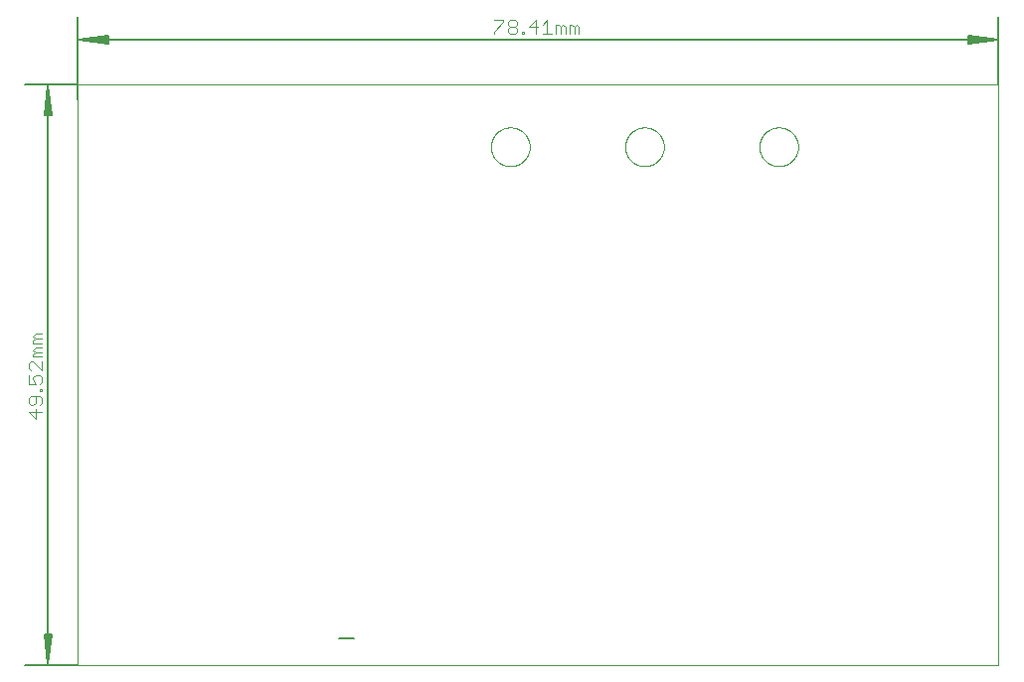
<source format=gbo>
G75*
%MOIN*%
%OFA0B0*%
%FSLAX25Y25*%
%IPPOS*%
%LPD*%
%AMOC8*
5,1,8,0,0,1.08239X$1,22.5*
%
%ADD10C,0.00000*%
%ADD11C,0.00512*%
%ADD12C,0.00400*%
%ADD13C,0.00800*%
D10*
X0019428Y0012433D02*
X0019428Y0207394D01*
X0328129Y0207394D01*
X0328129Y0012433D01*
X0019428Y0012433D01*
X0157928Y0186433D02*
X0157930Y0186594D01*
X0157936Y0186754D01*
X0157946Y0186915D01*
X0157960Y0187075D01*
X0157978Y0187235D01*
X0157999Y0187394D01*
X0158025Y0187553D01*
X0158055Y0187711D01*
X0158088Y0187868D01*
X0158126Y0188025D01*
X0158167Y0188180D01*
X0158212Y0188334D01*
X0158261Y0188487D01*
X0158314Y0188639D01*
X0158370Y0188790D01*
X0158431Y0188939D01*
X0158494Y0189087D01*
X0158562Y0189233D01*
X0158633Y0189377D01*
X0158707Y0189519D01*
X0158785Y0189660D01*
X0158867Y0189798D01*
X0158952Y0189935D01*
X0159040Y0190069D01*
X0159132Y0190201D01*
X0159227Y0190331D01*
X0159325Y0190459D01*
X0159426Y0190584D01*
X0159530Y0190706D01*
X0159637Y0190826D01*
X0159747Y0190943D01*
X0159860Y0191058D01*
X0159976Y0191169D01*
X0160095Y0191278D01*
X0160216Y0191383D01*
X0160340Y0191486D01*
X0160466Y0191586D01*
X0160594Y0191682D01*
X0160725Y0191775D01*
X0160859Y0191865D01*
X0160994Y0191952D01*
X0161132Y0192035D01*
X0161271Y0192115D01*
X0161413Y0192191D01*
X0161556Y0192264D01*
X0161701Y0192333D01*
X0161848Y0192399D01*
X0161996Y0192461D01*
X0162146Y0192519D01*
X0162297Y0192574D01*
X0162450Y0192625D01*
X0162604Y0192672D01*
X0162759Y0192715D01*
X0162915Y0192754D01*
X0163071Y0192790D01*
X0163229Y0192821D01*
X0163387Y0192849D01*
X0163546Y0192873D01*
X0163706Y0192893D01*
X0163866Y0192909D01*
X0164026Y0192921D01*
X0164187Y0192929D01*
X0164348Y0192933D01*
X0164508Y0192933D01*
X0164669Y0192929D01*
X0164830Y0192921D01*
X0164990Y0192909D01*
X0165150Y0192893D01*
X0165310Y0192873D01*
X0165469Y0192849D01*
X0165627Y0192821D01*
X0165785Y0192790D01*
X0165941Y0192754D01*
X0166097Y0192715D01*
X0166252Y0192672D01*
X0166406Y0192625D01*
X0166559Y0192574D01*
X0166710Y0192519D01*
X0166860Y0192461D01*
X0167008Y0192399D01*
X0167155Y0192333D01*
X0167300Y0192264D01*
X0167443Y0192191D01*
X0167585Y0192115D01*
X0167724Y0192035D01*
X0167862Y0191952D01*
X0167997Y0191865D01*
X0168131Y0191775D01*
X0168262Y0191682D01*
X0168390Y0191586D01*
X0168516Y0191486D01*
X0168640Y0191383D01*
X0168761Y0191278D01*
X0168880Y0191169D01*
X0168996Y0191058D01*
X0169109Y0190943D01*
X0169219Y0190826D01*
X0169326Y0190706D01*
X0169430Y0190584D01*
X0169531Y0190459D01*
X0169629Y0190331D01*
X0169724Y0190201D01*
X0169816Y0190069D01*
X0169904Y0189935D01*
X0169989Y0189798D01*
X0170071Y0189660D01*
X0170149Y0189519D01*
X0170223Y0189377D01*
X0170294Y0189233D01*
X0170362Y0189087D01*
X0170425Y0188939D01*
X0170486Y0188790D01*
X0170542Y0188639D01*
X0170595Y0188487D01*
X0170644Y0188334D01*
X0170689Y0188180D01*
X0170730Y0188025D01*
X0170768Y0187868D01*
X0170801Y0187711D01*
X0170831Y0187553D01*
X0170857Y0187394D01*
X0170878Y0187235D01*
X0170896Y0187075D01*
X0170910Y0186915D01*
X0170920Y0186754D01*
X0170926Y0186594D01*
X0170928Y0186433D01*
X0170926Y0186272D01*
X0170920Y0186112D01*
X0170910Y0185951D01*
X0170896Y0185791D01*
X0170878Y0185631D01*
X0170857Y0185472D01*
X0170831Y0185313D01*
X0170801Y0185155D01*
X0170768Y0184998D01*
X0170730Y0184841D01*
X0170689Y0184686D01*
X0170644Y0184532D01*
X0170595Y0184379D01*
X0170542Y0184227D01*
X0170486Y0184076D01*
X0170425Y0183927D01*
X0170362Y0183779D01*
X0170294Y0183633D01*
X0170223Y0183489D01*
X0170149Y0183347D01*
X0170071Y0183206D01*
X0169989Y0183068D01*
X0169904Y0182931D01*
X0169816Y0182797D01*
X0169724Y0182665D01*
X0169629Y0182535D01*
X0169531Y0182407D01*
X0169430Y0182282D01*
X0169326Y0182160D01*
X0169219Y0182040D01*
X0169109Y0181923D01*
X0168996Y0181808D01*
X0168880Y0181697D01*
X0168761Y0181588D01*
X0168640Y0181483D01*
X0168516Y0181380D01*
X0168390Y0181280D01*
X0168262Y0181184D01*
X0168131Y0181091D01*
X0167997Y0181001D01*
X0167862Y0180914D01*
X0167724Y0180831D01*
X0167585Y0180751D01*
X0167443Y0180675D01*
X0167300Y0180602D01*
X0167155Y0180533D01*
X0167008Y0180467D01*
X0166860Y0180405D01*
X0166710Y0180347D01*
X0166559Y0180292D01*
X0166406Y0180241D01*
X0166252Y0180194D01*
X0166097Y0180151D01*
X0165941Y0180112D01*
X0165785Y0180076D01*
X0165627Y0180045D01*
X0165469Y0180017D01*
X0165310Y0179993D01*
X0165150Y0179973D01*
X0164990Y0179957D01*
X0164830Y0179945D01*
X0164669Y0179937D01*
X0164508Y0179933D01*
X0164348Y0179933D01*
X0164187Y0179937D01*
X0164026Y0179945D01*
X0163866Y0179957D01*
X0163706Y0179973D01*
X0163546Y0179993D01*
X0163387Y0180017D01*
X0163229Y0180045D01*
X0163071Y0180076D01*
X0162915Y0180112D01*
X0162759Y0180151D01*
X0162604Y0180194D01*
X0162450Y0180241D01*
X0162297Y0180292D01*
X0162146Y0180347D01*
X0161996Y0180405D01*
X0161848Y0180467D01*
X0161701Y0180533D01*
X0161556Y0180602D01*
X0161413Y0180675D01*
X0161271Y0180751D01*
X0161132Y0180831D01*
X0160994Y0180914D01*
X0160859Y0181001D01*
X0160725Y0181091D01*
X0160594Y0181184D01*
X0160466Y0181280D01*
X0160340Y0181380D01*
X0160216Y0181483D01*
X0160095Y0181588D01*
X0159976Y0181697D01*
X0159860Y0181808D01*
X0159747Y0181923D01*
X0159637Y0182040D01*
X0159530Y0182160D01*
X0159426Y0182282D01*
X0159325Y0182407D01*
X0159227Y0182535D01*
X0159132Y0182665D01*
X0159040Y0182797D01*
X0158952Y0182931D01*
X0158867Y0183068D01*
X0158785Y0183206D01*
X0158707Y0183347D01*
X0158633Y0183489D01*
X0158562Y0183633D01*
X0158494Y0183779D01*
X0158431Y0183927D01*
X0158370Y0184076D01*
X0158314Y0184227D01*
X0158261Y0184379D01*
X0158212Y0184532D01*
X0158167Y0184686D01*
X0158126Y0184841D01*
X0158088Y0184998D01*
X0158055Y0185155D01*
X0158025Y0185313D01*
X0157999Y0185472D01*
X0157978Y0185631D01*
X0157960Y0185791D01*
X0157946Y0185951D01*
X0157936Y0186112D01*
X0157930Y0186272D01*
X0157928Y0186433D01*
X0202928Y0186433D02*
X0202930Y0186594D01*
X0202936Y0186754D01*
X0202946Y0186915D01*
X0202960Y0187075D01*
X0202978Y0187235D01*
X0202999Y0187394D01*
X0203025Y0187553D01*
X0203055Y0187711D01*
X0203088Y0187868D01*
X0203126Y0188025D01*
X0203167Y0188180D01*
X0203212Y0188334D01*
X0203261Y0188487D01*
X0203314Y0188639D01*
X0203370Y0188790D01*
X0203431Y0188939D01*
X0203494Y0189087D01*
X0203562Y0189233D01*
X0203633Y0189377D01*
X0203707Y0189519D01*
X0203785Y0189660D01*
X0203867Y0189798D01*
X0203952Y0189935D01*
X0204040Y0190069D01*
X0204132Y0190201D01*
X0204227Y0190331D01*
X0204325Y0190459D01*
X0204426Y0190584D01*
X0204530Y0190706D01*
X0204637Y0190826D01*
X0204747Y0190943D01*
X0204860Y0191058D01*
X0204976Y0191169D01*
X0205095Y0191278D01*
X0205216Y0191383D01*
X0205340Y0191486D01*
X0205466Y0191586D01*
X0205594Y0191682D01*
X0205725Y0191775D01*
X0205859Y0191865D01*
X0205994Y0191952D01*
X0206132Y0192035D01*
X0206271Y0192115D01*
X0206413Y0192191D01*
X0206556Y0192264D01*
X0206701Y0192333D01*
X0206848Y0192399D01*
X0206996Y0192461D01*
X0207146Y0192519D01*
X0207297Y0192574D01*
X0207450Y0192625D01*
X0207604Y0192672D01*
X0207759Y0192715D01*
X0207915Y0192754D01*
X0208071Y0192790D01*
X0208229Y0192821D01*
X0208387Y0192849D01*
X0208546Y0192873D01*
X0208706Y0192893D01*
X0208866Y0192909D01*
X0209026Y0192921D01*
X0209187Y0192929D01*
X0209348Y0192933D01*
X0209508Y0192933D01*
X0209669Y0192929D01*
X0209830Y0192921D01*
X0209990Y0192909D01*
X0210150Y0192893D01*
X0210310Y0192873D01*
X0210469Y0192849D01*
X0210627Y0192821D01*
X0210785Y0192790D01*
X0210941Y0192754D01*
X0211097Y0192715D01*
X0211252Y0192672D01*
X0211406Y0192625D01*
X0211559Y0192574D01*
X0211710Y0192519D01*
X0211860Y0192461D01*
X0212008Y0192399D01*
X0212155Y0192333D01*
X0212300Y0192264D01*
X0212443Y0192191D01*
X0212585Y0192115D01*
X0212724Y0192035D01*
X0212862Y0191952D01*
X0212997Y0191865D01*
X0213131Y0191775D01*
X0213262Y0191682D01*
X0213390Y0191586D01*
X0213516Y0191486D01*
X0213640Y0191383D01*
X0213761Y0191278D01*
X0213880Y0191169D01*
X0213996Y0191058D01*
X0214109Y0190943D01*
X0214219Y0190826D01*
X0214326Y0190706D01*
X0214430Y0190584D01*
X0214531Y0190459D01*
X0214629Y0190331D01*
X0214724Y0190201D01*
X0214816Y0190069D01*
X0214904Y0189935D01*
X0214989Y0189798D01*
X0215071Y0189660D01*
X0215149Y0189519D01*
X0215223Y0189377D01*
X0215294Y0189233D01*
X0215362Y0189087D01*
X0215425Y0188939D01*
X0215486Y0188790D01*
X0215542Y0188639D01*
X0215595Y0188487D01*
X0215644Y0188334D01*
X0215689Y0188180D01*
X0215730Y0188025D01*
X0215768Y0187868D01*
X0215801Y0187711D01*
X0215831Y0187553D01*
X0215857Y0187394D01*
X0215878Y0187235D01*
X0215896Y0187075D01*
X0215910Y0186915D01*
X0215920Y0186754D01*
X0215926Y0186594D01*
X0215928Y0186433D01*
X0215926Y0186272D01*
X0215920Y0186112D01*
X0215910Y0185951D01*
X0215896Y0185791D01*
X0215878Y0185631D01*
X0215857Y0185472D01*
X0215831Y0185313D01*
X0215801Y0185155D01*
X0215768Y0184998D01*
X0215730Y0184841D01*
X0215689Y0184686D01*
X0215644Y0184532D01*
X0215595Y0184379D01*
X0215542Y0184227D01*
X0215486Y0184076D01*
X0215425Y0183927D01*
X0215362Y0183779D01*
X0215294Y0183633D01*
X0215223Y0183489D01*
X0215149Y0183347D01*
X0215071Y0183206D01*
X0214989Y0183068D01*
X0214904Y0182931D01*
X0214816Y0182797D01*
X0214724Y0182665D01*
X0214629Y0182535D01*
X0214531Y0182407D01*
X0214430Y0182282D01*
X0214326Y0182160D01*
X0214219Y0182040D01*
X0214109Y0181923D01*
X0213996Y0181808D01*
X0213880Y0181697D01*
X0213761Y0181588D01*
X0213640Y0181483D01*
X0213516Y0181380D01*
X0213390Y0181280D01*
X0213262Y0181184D01*
X0213131Y0181091D01*
X0212997Y0181001D01*
X0212862Y0180914D01*
X0212724Y0180831D01*
X0212585Y0180751D01*
X0212443Y0180675D01*
X0212300Y0180602D01*
X0212155Y0180533D01*
X0212008Y0180467D01*
X0211860Y0180405D01*
X0211710Y0180347D01*
X0211559Y0180292D01*
X0211406Y0180241D01*
X0211252Y0180194D01*
X0211097Y0180151D01*
X0210941Y0180112D01*
X0210785Y0180076D01*
X0210627Y0180045D01*
X0210469Y0180017D01*
X0210310Y0179993D01*
X0210150Y0179973D01*
X0209990Y0179957D01*
X0209830Y0179945D01*
X0209669Y0179937D01*
X0209508Y0179933D01*
X0209348Y0179933D01*
X0209187Y0179937D01*
X0209026Y0179945D01*
X0208866Y0179957D01*
X0208706Y0179973D01*
X0208546Y0179993D01*
X0208387Y0180017D01*
X0208229Y0180045D01*
X0208071Y0180076D01*
X0207915Y0180112D01*
X0207759Y0180151D01*
X0207604Y0180194D01*
X0207450Y0180241D01*
X0207297Y0180292D01*
X0207146Y0180347D01*
X0206996Y0180405D01*
X0206848Y0180467D01*
X0206701Y0180533D01*
X0206556Y0180602D01*
X0206413Y0180675D01*
X0206271Y0180751D01*
X0206132Y0180831D01*
X0205994Y0180914D01*
X0205859Y0181001D01*
X0205725Y0181091D01*
X0205594Y0181184D01*
X0205466Y0181280D01*
X0205340Y0181380D01*
X0205216Y0181483D01*
X0205095Y0181588D01*
X0204976Y0181697D01*
X0204860Y0181808D01*
X0204747Y0181923D01*
X0204637Y0182040D01*
X0204530Y0182160D01*
X0204426Y0182282D01*
X0204325Y0182407D01*
X0204227Y0182535D01*
X0204132Y0182665D01*
X0204040Y0182797D01*
X0203952Y0182931D01*
X0203867Y0183068D01*
X0203785Y0183206D01*
X0203707Y0183347D01*
X0203633Y0183489D01*
X0203562Y0183633D01*
X0203494Y0183779D01*
X0203431Y0183927D01*
X0203370Y0184076D01*
X0203314Y0184227D01*
X0203261Y0184379D01*
X0203212Y0184532D01*
X0203167Y0184686D01*
X0203126Y0184841D01*
X0203088Y0184998D01*
X0203055Y0185155D01*
X0203025Y0185313D01*
X0202999Y0185472D01*
X0202978Y0185631D01*
X0202960Y0185791D01*
X0202946Y0185951D01*
X0202936Y0186112D01*
X0202930Y0186272D01*
X0202928Y0186433D01*
X0247928Y0186433D02*
X0247930Y0186594D01*
X0247936Y0186754D01*
X0247946Y0186915D01*
X0247960Y0187075D01*
X0247978Y0187235D01*
X0247999Y0187394D01*
X0248025Y0187553D01*
X0248055Y0187711D01*
X0248088Y0187868D01*
X0248126Y0188025D01*
X0248167Y0188180D01*
X0248212Y0188334D01*
X0248261Y0188487D01*
X0248314Y0188639D01*
X0248370Y0188790D01*
X0248431Y0188939D01*
X0248494Y0189087D01*
X0248562Y0189233D01*
X0248633Y0189377D01*
X0248707Y0189519D01*
X0248785Y0189660D01*
X0248867Y0189798D01*
X0248952Y0189935D01*
X0249040Y0190069D01*
X0249132Y0190201D01*
X0249227Y0190331D01*
X0249325Y0190459D01*
X0249426Y0190584D01*
X0249530Y0190706D01*
X0249637Y0190826D01*
X0249747Y0190943D01*
X0249860Y0191058D01*
X0249976Y0191169D01*
X0250095Y0191278D01*
X0250216Y0191383D01*
X0250340Y0191486D01*
X0250466Y0191586D01*
X0250594Y0191682D01*
X0250725Y0191775D01*
X0250859Y0191865D01*
X0250994Y0191952D01*
X0251132Y0192035D01*
X0251271Y0192115D01*
X0251413Y0192191D01*
X0251556Y0192264D01*
X0251701Y0192333D01*
X0251848Y0192399D01*
X0251996Y0192461D01*
X0252146Y0192519D01*
X0252297Y0192574D01*
X0252450Y0192625D01*
X0252604Y0192672D01*
X0252759Y0192715D01*
X0252915Y0192754D01*
X0253071Y0192790D01*
X0253229Y0192821D01*
X0253387Y0192849D01*
X0253546Y0192873D01*
X0253706Y0192893D01*
X0253866Y0192909D01*
X0254026Y0192921D01*
X0254187Y0192929D01*
X0254348Y0192933D01*
X0254508Y0192933D01*
X0254669Y0192929D01*
X0254830Y0192921D01*
X0254990Y0192909D01*
X0255150Y0192893D01*
X0255310Y0192873D01*
X0255469Y0192849D01*
X0255627Y0192821D01*
X0255785Y0192790D01*
X0255941Y0192754D01*
X0256097Y0192715D01*
X0256252Y0192672D01*
X0256406Y0192625D01*
X0256559Y0192574D01*
X0256710Y0192519D01*
X0256860Y0192461D01*
X0257008Y0192399D01*
X0257155Y0192333D01*
X0257300Y0192264D01*
X0257443Y0192191D01*
X0257585Y0192115D01*
X0257724Y0192035D01*
X0257862Y0191952D01*
X0257997Y0191865D01*
X0258131Y0191775D01*
X0258262Y0191682D01*
X0258390Y0191586D01*
X0258516Y0191486D01*
X0258640Y0191383D01*
X0258761Y0191278D01*
X0258880Y0191169D01*
X0258996Y0191058D01*
X0259109Y0190943D01*
X0259219Y0190826D01*
X0259326Y0190706D01*
X0259430Y0190584D01*
X0259531Y0190459D01*
X0259629Y0190331D01*
X0259724Y0190201D01*
X0259816Y0190069D01*
X0259904Y0189935D01*
X0259989Y0189798D01*
X0260071Y0189660D01*
X0260149Y0189519D01*
X0260223Y0189377D01*
X0260294Y0189233D01*
X0260362Y0189087D01*
X0260425Y0188939D01*
X0260486Y0188790D01*
X0260542Y0188639D01*
X0260595Y0188487D01*
X0260644Y0188334D01*
X0260689Y0188180D01*
X0260730Y0188025D01*
X0260768Y0187868D01*
X0260801Y0187711D01*
X0260831Y0187553D01*
X0260857Y0187394D01*
X0260878Y0187235D01*
X0260896Y0187075D01*
X0260910Y0186915D01*
X0260920Y0186754D01*
X0260926Y0186594D01*
X0260928Y0186433D01*
X0260926Y0186272D01*
X0260920Y0186112D01*
X0260910Y0185951D01*
X0260896Y0185791D01*
X0260878Y0185631D01*
X0260857Y0185472D01*
X0260831Y0185313D01*
X0260801Y0185155D01*
X0260768Y0184998D01*
X0260730Y0184841D01*
X0260689Y0184686D01*
X0260644Y0184532D01*
X0260595Y0184379D01*
X0260542Y0184227D01*
X0260486Y0184076D01*
X0260425Y0183927D01*
X0260362Y0183779D01*
X0260294Y0183633D01*
X0260223Y0183489D01*
X0260149Y0183347D01*
X0260071Y0183206D01*
X0259989Y0183068D01*
X0259904Y0182931D01*
X0259816Y0182797D01*
X0259724Y0182665D01*
X0259629Y0182535D01*
X0259531Y0182407D01*
X0259430Y0182282D01*
X0259326Y0182160D01*
X0259219Y0182040D01*
X0259109Y0181923D01*
X0258996Y0181808D01*
X0258880Y0181697D01*
X0258761Y0181588D01*
X0258640Y0181483D01*
X0258516Y0181380D01*
X0258390Y0181280D01*
X0258262Y0181184D01*
X0258131Y0181091D01*
X0257997Y0181001D01*
X0257862Y0180914D01*
X0257724Y0180831D01*
X0257585Y0180751D01*
X0257443Y0180675D01*
X0257300Y0180602D01*
X0257155Y0180533D01*
X0257008Y0180467D01*
X0256860Y0180405D01*
X0256710Y0180347D01*
X0256559Y0180292D01*
X0256406Y0180241D01*
X0256252Y0180194D01*
X0256097Y0180151D01*
X0255941Y0180112D01*
X0255785Y0180076D01*
X0255627Y0180045D01*
X0255469Y0180017D01*
X0255310Y0179993D01*
X0255150Y0179973D01*
X0254990Y0179957D01*
X0254830Y0179945D01*
X0254669Y0179937D01*
X0254508Y0179933D01*
X0254348Y0179933D01*
X0254187Y0179937D01*
X0254026Y0179945D01*
X0253866Y0179957D01*
X0253706Y0179973D01*
X0253546Y0179993D01*
X0253387Y0180017D01*
X0253229Y0180045D01*
X0253071Y0180076D01*
X0252915Y0180112D01*
X0252759Y0180151D01*
X0252604Y0180194D01*
X0252450Y0180241D01*
X0252297Y0180292D01*
X0252146Y0180347D01*
X0251996Y0180405D01*
X0251848Y0180467D01*
X0251701Y0180533D01*
X0251556Y0180602D01*
X0251413Y0180675D01*
X0251271Y0180751D01*
X0251132Y0180831D01*
X0250994Y0180914D01*
X0250859Y0181001D01*
X0250725Y0181091D01*
X0250594Y0181184D01*
X0250466Y0181280D01*
X0250340Y0181380D01*
X0250216Y0181483D01*
X0250095Y0181588D01*
X0249976Y0181697D01*
X0249860Y0181808D01*
X0249747Y0181923D01*
X0249637Y0182040D01*
X0249530Y0182160D01*
X0249426Y0182282D01*
X0249325Y0182407D01*
X0249227Y0182535D01*
X0249132Y0182665D01*
X0249040Y0182797D01*
X0248952Y0182931D01*
X0248867Y0183068D01*
X0248785Y0183206D01*
X0248707Y0183347D01*
X0248633Y0183489D01*
X0248562Y0183633D01*
X0248494Y0183779D01*
X0248431Y0183927D01*
X0248370Y0184076D01*
X0248314Y0184227D01*
X0248261Y0184379D01*
X0248212Y0184532D01*
X0248167Y0184686D01*
X0248126Y0184841D01*
X0248088Y0184998D01*
X0248055Y0185155D01*
X0248025Y0185313D01*
X0247999Y0185472D01*
X0247978Y0185631D01*
X0247960Y0185791D01*
X0247946Y0185951D01*
X0247936Y0186112D01*
X0247930Y0186272D01*
X0247928Y0186433D01*
D11*
X0019428Y0012433D02*
X0001751Y0012433D01*
X0009428Y0012689D02*
X0010452Y0022670D01*
X0010685Y0022670D02*
X0009428Y0012689D01*
X0008405Y0022670D01*
X0008172Y0022670D02*
X0010685Y0022670D01*
X0009940Y0022670D02*
X0009428Y0012689D01*
X0008917Y0022670D01*
X0008172Y0022670D02*
X0009428Y0012689D01*
X0009428Y0207138D01*
X0010452Y0197158D01*
X0010685Y0197158D02*
X0009428Y0207138D01*
X0008405Y0197158D01*
X0008172Y0197158D02*
X0010685Y0197158D01*
X0009940Y0197158D02*
X0009428Y0207138D01*
X0008917Y0197158D01*
X0008172Y0197158D02*
X0009428Y0207138D01*
X0001751Y0207394D02*
X0019428Y0207394D01*
X0019428Y0202433D02*
X0019428Y0230110D01*
X0019684Y0222433D02*
X0029665Y0223457D01*
X0029665Y0223690D02*
X0029665Y0221176D01*
X0019684Y0222433D01*
X0029665Y0221410D01*
X0029665Y0221922D02*
X0019684Y0222433D01*
X0029665Y0222945D01*
X0029665Y0223690D02*
X0019684Y0222433D01*
X0327873Y0222433D01*
X0317893Y0221410D01*
X0317893Y0221176D02*
X0327873Y0222433D01*
X0317893Y0223457D01*
X0317893Y0223690D02*
X0317893Y0221176D01*
X0317893Y0221922D02*
X0327873Y0222433D01*
X0317893Y0222945D01*
X0317893Y0223690D02*
X0327873Y0222433D01*
X0328129Y0230110D02*
X0328129Y0207394D01*
D12*
X0187435Y0224395D02*
X0187435Y0226697D01*
X0186667Y0227464D01*
X0185900Y0226697D01*
X0185900Y0224395D01*
X0184365Y0224395D02*
X0184365Y0227464D01*
X0185133Y0227464D01*
X0185900Y0226697D01*
X0182831Y0226697D02*
X0182831Y0224395D01*
X0181296Y0224395D02*
X0181296Y0226697D01*
X0182063Y0227464D01*
X0182831Y0226697D01*
X0181296Y0226697D02*
X0180529Y0227464D01*
X0179761Y0227464D01*
X0179761Y0224395D01*
X0178227Y0224395D02*
X0175158Y0224395D01*
X0176692Y0224395D02*
X0176692Y0228999D01*
X0175158Y0227464D01*
X0173623Y0226697D02*
X0170554Y0226697D01*
X0172856Y0228999D01*
X0172856Y0224395D01*
X0169019Y0224395D02*
X0169019Y0225162D01*
X0168252Y0225162D01*
X0168252Y0224395D01*
X0169019Y0224395D01*
X0166717Y0225162D02*
X0165950Y0224395D01*
X0164415Y0224395D01*
X0163648Y0225162D01*
X0163648Y0225930D01*
X0164415Y0226697D01*
X0165950Y0226697D01*
X0166717Y0225930D01*
X0166717Y0225162D01*
X0165950Y0226697D02*
X0166717Y0227464D01*
X0166717Y0228232D01*
X0165950Y0228999D01*
X0164415Y0228999D01*
X0163648Y0228232D01*
X0163648Y0227464D01*
X0164415Y0226697D01*
X0162113Y0228232D02*
X0159044Y0225162D01*
X0159044Y0224395D01*
X0159044Y0228999D02*
X0162113Y0228999D01*
X0162113Y0228232D01*
X0007467Y0123569D02*
X0005165Y0123569D01*
X0004397Y0122802D01*
X0005165Y0122035D01*
X0007467Y0122035D01*
X0007467Y0120500D02*
X0004397Y0120500D01*
X0004397Y0121268D01*
X0005165Y0122035D01*
X0005165Y0118966D02*
X0007467Y0118966D01*
X0007467Y0117431D02*
X0005165Y0117431D01*
X0004397Y0118198D01*
X0005165Y0118966D01*
X0005165Y0117431D02*
X0004397Y0116664D01*
X0004397Y0115896D01*
X0007467Y0115896D01*
X0007467Y0114362D02*
X0007467Y0111292D01*
X0004397Y0114362D01*
X0003630Y0114362D01*
X0002863Y0113594D01*
X0002863Y0112060D01*
X0003630Y0111292D01*
X0002863Y0109758D02*
X0002863Y0106688D01*
X0005165Y0106688D01*
X0004397Y0108223D01*
X0004397Y0108990D01*
X0005165Y0109758D01*
X0006699Y0109758D01*
X0007467Y0108990D01*
X0007467Y0107456D01*
X0006699Y0106688D01*
X0006699Y0105154D02*
X0007467Y0105154D01*
X0007467Y0104386D01*
X0006699Y0104386D01*
X0006699Y0105154D01*
X0006699Y0102852D02*
X0003630Y0102852D01*
X0002863Y0102084D01*
X0002863Y0100550D01*
X0003630Y0099783D01*
X0004397Y0099783D01*
X0005165Y0100550D01*
X0005165Y0102852D01*
X0006699Y0102852D02*
X0007467Y0102084D01*
X0007467Y0100550D01*
X0006699Y0099783D01*
X0005165Y0098248D02*
X0005165Y0095179D01*
X0002863Y0097481D01*
X0007467Y0097481D01*
D13*
X0106928Y0021359D02*
X0111928Y0021359D01*
M02*

</source>
